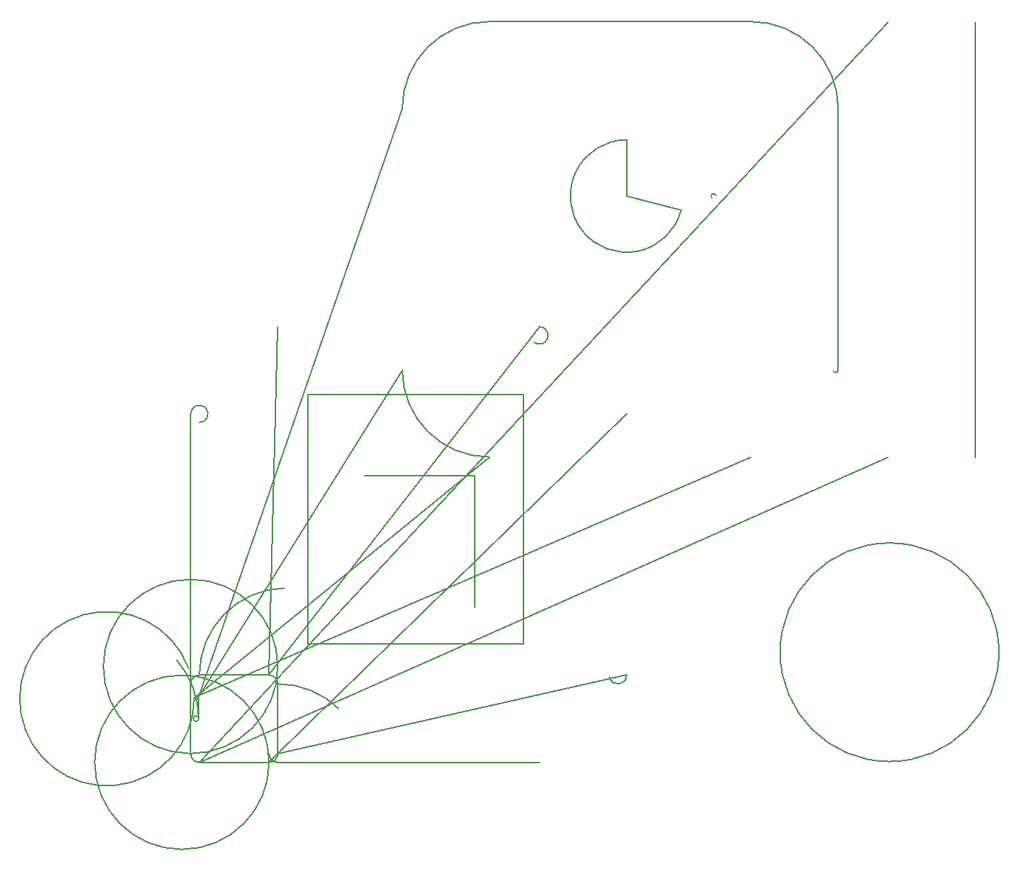
<source format=gtl>
From e3c59e39cf9bc64ce9d76c324b82956a65515f16 Mon Sep 17 00:00:00 2001
From: opiopan <opiopan@gmail.com>
Date: Sun, 7 Apr 2019 22:22:33 +0900
Subject: expand test and fix many issues

---
 tests/expects/dxf_save_line.gtl | 42 +++++++++++++++++++++++++++++++++++++++++
 1 file changed, 42 insertions(+)
 create mode 100644 tests/expects/dxf_save_line.gtl

(limited to 'tests/expects/dxf_save_line.gtl')

diff --git a/tests/expects/dxf_save_line.gtl b/tests/expects/dxf_save_line.gtl
new file mode 100644
index 0000000..e9a931b
--- /dev/null
+++ b/tests/expects/dxf_save_line.gtl
@@ -0,0 +1,42 @@
+G75*
+%MOMM*%
+%OFA0B0*%
+%FSLAX34Y34*%
+%IPPOS*%
+%LPD*%
+%ADD10C,0*%
+D10*
+G01*
+X90000Y0D02*
+G75*
+G01*
+X10000Y0D01*
+G02*
+X0Y10000I0J10000D01*
+G01*
+X0Y90000D01*
+G02*
+X10000Y100000I10000J0D01*
+G01*
+X90000Y100000D01*
+G02*
+X100000Y90000I0J-10000D01*
+G01*
+X100000Y10000D01*
+G02*
+X90000Y0I-10000J0D01*
+G01*
+X9171Y50000D02*
+G75*
+G03*
+X9171Y50000I-3000J0D01*
+G01*
+X9171Y75107D02*
+G75*
+G02*
+X3996Y73041I-3000J0D01*
+G01*
+X6171Y75107D01*
+G01*
+X9171Y75107D01*
+M02*
-- 
cgit 


From 2b1c751ff76ebd6901633235ee694cc93dabce81 Mon Sep 17 00:00:00 2001
From: Hiroshi Murayama <opiopan@gmail.com>
Date: Mon, 9 Sep 2019 09:07:38 +0900
Subject: improve compatibility with RS-274x specification: - can merge
 multiple files having different file scope modifier, such as AS, MI, OF, SF,
 and IR - support modal coordinate notation

---
 tests/expects/dxf_save_line.gtl | 5 ++---
 1 file changed, 2 insertions(+), 3 deletions(-)

(limited to 'tests/expects/dxf_save_line.gtl')

diff --git a/tests/expects/dxf_save_line.gtl b/tests/expects/dxf_save_line.gtl
index e9a931b..6a15313 100644
--- a/tests/expects/dxf_save_line.gtl
+++ b/tests/expects/dxf_save_line.gtl
@@ -1,10 +1,9 @@
-G75*
 %MOMM*%
-%OFA0B0*%
 %FSLAX34Y34*%
 %IPPOS*%
-%LPD*%
 %ADD10C,0*%
+G75*
+%LPD*%
 D10*
 G01*
 X90000Y0D02*
-- 
cgit 


From fc3f1a23b87d9c4e51967abb0ed4107daa2be5cf Mon Sep 17 00:00:00 2001
From: Hiroshi Murayama <opiopan@gmail.com>
Date: Sat, 28 Sep 2019 17:40:09 +0900
Subject: improve DXF file handling functions: - DM_LINE mode support to
 generate Excellon routing sequence - DM_MOUSE_BITES mode support to generate
 mouse bites along all path also,  not only line object

---
 tests/expects/dxf_save_line.gtl | 10 +++++-----
 1 file changed, 5 insertions(+), 5 deletions(-)

(limited to 'tests/expects/dxf_save_line.gtl')

diff --git a/tests/expects/dxf_save_line.gtl b/tests/expects/dxf_save_line.gtl
index 6a15313..eb993f4 100644
--- a/tests/expects/dxf_save_line.gtl
+++ b/tests/expects/dxf_save_line.gtl
@@ -25,11 +25,6 @@ X100000Y10000D01*
 G02*
 X90000Y0I-10000J0D01*
 G01*
-X9171Y50000D02*
-G75*
-G03*
-X9171Y50000I-3000J0D01*
-G01*
 X9171Y75107D02*
 G75*
 G02*
@@ -38,4 +33,9 @@ G01*
 X6171Y75107D01*
 G01*
 X9171Y75107D01*
+G01*
+X9171Y50000D02*
+G75*
+G02*
+X9171Y50000I-3000J0D01*
 M02*
-- 
cgit 


From 48b35377b1cce897a70d1d037b3e73b616af9be7 Mon Sep 17 00:00:00 2001
From: Hiroshi Murayama <opiopan@gmail.com>
Date: Sat, 28 Sep 2019 20:42:11 +0900
Subject: minor refactoring

---
 tests/expects/dxf_save_line.gtl | 2 +-
 1 file changed, 1 insertion(+), 1 deletion(-)

(limited to 'tests/expects/dxf_save_line.gtl')

diff --git a/tests/expects/dxf_save_line.gtl b/tests/expects/dxf_save_line.gtl
index eb993f4..d1966ad 100644
--- a/tests/expects/dxf_save_line.gtl
+++ b/tests/expects/dxf_save_line.gtl
@@ -36,6 +36,6 @@ X9171Y75107D01*
 G01*
 X9171Y50000D02*
 G75*
-G02*
+G03*
 X9171Y50000I-3000J0D01*
 M02*
-- 
cgit 


From 244fcaa5346f4fad819cc2b72857cfb2c472944a Mon Sep 17 00:00:00 2001
From: Hiroshi Murayama <opiopan@gmail.com>
Date: Sat, 28 Dec 2019 23:45:33 +0900
Subject: add a function that generate filled gerberdata with representing
 internal shape by fliping polarity

---
 tests/expects/dxf_save_line.gtl | 84 +++++++++++++++++++++++++++++++++--------
 1 file changed, 68 insertions(+), 16 deletions(-)

(limited to 'tests/expects/dxf_save_line.gtl')

diff --git a/tests/expects/dxf_save_line.gtl b/tests/expects/dxf_save_line.gtl
index d1966ad..b3ee8f1 100644
--- a/tests/expects/dxf_save_line.gtl
+++ b/tests/expects/dxf_save_line.gtl
@@ -1,41 +1,93 @@
 %MOMM*%
 %FSLAX34Y34*%
 %IPPOS*%
-%ADD10C,0*%
+%ADD10C,0.2*%
 G75*
 %LPD*%
 D10*
 G01*
-X90000Y0D02*
+X800000Y850000D02*
 G75*
 G01*
-X10000Y0D01*
+X800000Y350000D01*
+G01*
+X900000Y850000D02*
+G75*
+G01*
+X900000Y350000D01*
+G01*
+X200000Y329390D02*
+G75*
+G01*
+X325827Y329390D01*
+G01*
+X325827Y178443D01*
+G01*
+X400000Y0D02*
+G75*
+G01*
+X100000Y0D01*
 G02*
-X0Y10000I0J10000D01*
+X0Y100000I0J100000D01*
 G01*
-X0Y90000D01*
+X0Y400000D01*
 G02*
-X10000Y100000I10000J0D01*
+X100000Y500000I100000J0D01*
 G01*
-X90000Y100000D01*
+X400000Y500000D01*
 G02*
-X100000Y90000I0J-10000D01*
+X500000Y400000I0J-100000D01*
 G01*
-X100000Y10000D01*
+X500000Y100000D01*
 G02*
-X90000Y0I-10000J0D01*
+X400000Y0I-100000J0D01*
 G01*
-X9171Y75107D02*
+X742704Y750394D02*
 G75*
+G01*
+X742704Y450394D01*
 G02*
-X3996Y73041I-3000J0D01*
+X642704Y350394I-100000J0D01*
 G01*
-X6171Y75107D01*
+X342704Y350394D01*
+G02*
+X242704Y450394I0J100000D01*
 G01*
-X9171Y75107D01*
+X242704Y750394D01*
+G02*
+X342704Y850394I100000J0D01*
+G01*
+X642704Y850394D01*
+G02*
+X742704Y750394I0J-100000D01*
 G01*
-X9171Y50000D02*
+X382038Y422062D02*
+G75*
+G01*
+X134512Y422062D01*
+G01*
+X134512Y135960D01*
+G01*
+X382038Y135960D01*
+G01*
+X382038Y422062D01*
+G01*
+X927009Y126316D02*
+G75*
+G03*
+X927009Y126316I-125463J0D01*
+G01*
+X602773Y650000D02*
 G75*
 G03*
-X9171Y50000I-3000J0D01*
+X602773Y650000I-102773J0D01*
+G01*
+X500000Y650000D02*
+G75*
+G01*
+X500000Y714592D01*
+G03*
+X562602Y634088I0J-64592D01*
+G01*
+X500000Y650000D01*
 M02*
-- 
cgit 


</source>
